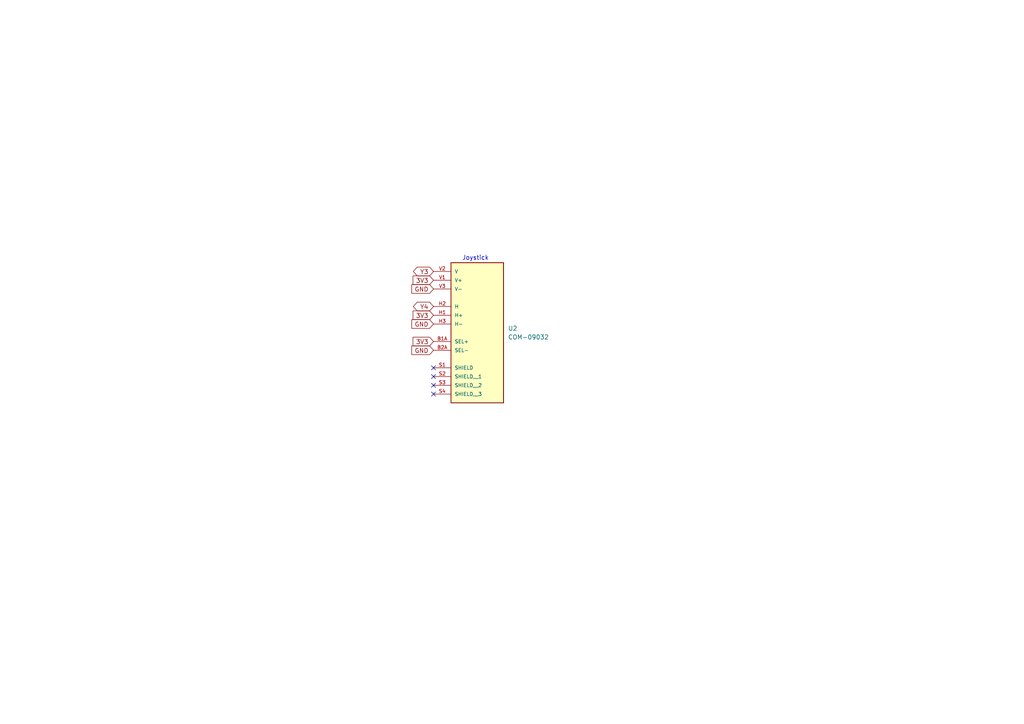
<source format=kicad_sch>
(kicad_sch (version 20231120) (generator "eeschema") (generator_version "8.0")
  (paper "A4")
  (lib_symbols
    (symbol "COM-09032:COM-09032" (pin_names (offset 1.016))
      (property "Reference" "U" (at -7.62 16.002 0))
      (property "Value" "COM-09032" (at -7.62 -27.94 0))
      (symbol "COM-09032_0_0"
        (rectangle (start -7.62 -25.4) (end 7.62 15.24) (stroke (width 0.254)) (fill (type background)))
        (pin passive line (at -12.7 -7.62 0) (length 5.08) (name "SEL+") (number "B1A"))
        (pin passive line (at -12.7 -10.16 0) (length 5.08) (name "SEL-") (number "B2A"))
        (pin passive line (at -12.7 0 0) (length 5.08) (name "H+") (number "H1"))
        (pin passive line (at -12.7 2.54 0) (length 5.08) (name "H") (number "H2"))
        (pin passive line (at -12.7 -2.54 0) (length 5.08) (name "H-") (number "H3"))
        (pin passive line (at -12.7 -15.24 0) (length 5.08) (name "SHIELD") (number "S1"))
        (pin passive line (at -12.7 -17.78 0) (length 5.08) (name "SHIELD__1") (number "S2"))
        (pin passive line (at -12.7 -20.32 0) (length 5.08) (name "SHIELD__2") (number "S3"))
        (pin passive line (at -12.7 -22.86 0) (length 5.08) (name "SHIELD__3") (number "S4"))
        (pin passive line (at -12.7 10.16 0) (length 5.08) (name "V+") (number "V1"))
        (pin passive line (at -12.7 12.7 0) (length 5.08) (name "V") (number "V2"))
        (pin passive line (at -12.7 7.62 0) (length 5.08) (name "V-") (number "V3"))
      )
    )
  )
  (no_connect (at 125.73 111.76))
  (no_connect (at 125.73 109.22))
  (no_connect (at 125.73 114.3))
  (no_connect (at 125.73 106.68))
  (text "Joystick\n" (at 137.922 74.93 0) (effects (font (size 1.27 1.27))))
  (global_label "3V3" (shape input) (at 125.73 81.28 180) (property "Intersheetrefs" "${INTERSHEET_REFS}" (effects (hide yes))))
  (global_label "GND" (shape input) (at 125.73 93.98 180) (property "Intersheetrefs" "${INTERSHEET_REFS}" (effects (hide yes))))
  (global_label "GND" (shape input) (at 125.73 101.6 180) (property "Intersheetrefs" "${INTERSHEET_REFS}" (effects (hide yes))))
  (global_label "3V3" (shape input) (at 125.73 99.06 180) (property "Intersheetrefs" "${INTERSHEET_REFS}" (effects (hide yes))))
  (global_label "Y4" (shape bidirectional) (at 125.73 88.9 180) (property "Intersheetrefs" "${INTERSHEET_REFS}" (effects (hide yes))))
  (global_label "3V3" (shape input) (at 125.73 91.44 180) (property "Intersheetrefs" "${INTERSHEET_REFS}" (effects (hide yes))))
  (global_label "Y3" (shape bidirectional) (at 125.73 78.74 180) (property "Intersheetrefs" "${INTERSHEET_REFS}" (effects (hide yes))))
  (global_label "GND" (shape input) (at 125.73 83.82 180) (property "Intersheetrefs" "${INTERSHEET_REFS}" (effects (hide yes))))
  (symbol (lib_id "COM-09032:COM-09032") (at 138.43 91.44 0) (unit 1)
    (property "Reference" "U2" (at 147.32 95.2499 0) (effects (justify left)))
    (property "Value" "COM-09032" (at 147.32 97.7899 0) (effects (justify left)))
    (property "Footprint" "COM_09032:XDCR_COM-09032" (effects (hide yes)))
    (property "PARTREV" "N/A" (effects (hide yes)))
    (property "STANDARD" "Manufacturer Recommendations" (effects (hide yes)))
    (property "MAXIMUM_PACKAGE_HEIGHT" "30.1mm" (effects (hide yes)))
    (property "MANUFACTURER" "SparkFun Electronics" (effects (hide yes)))
  )
)
</source>
